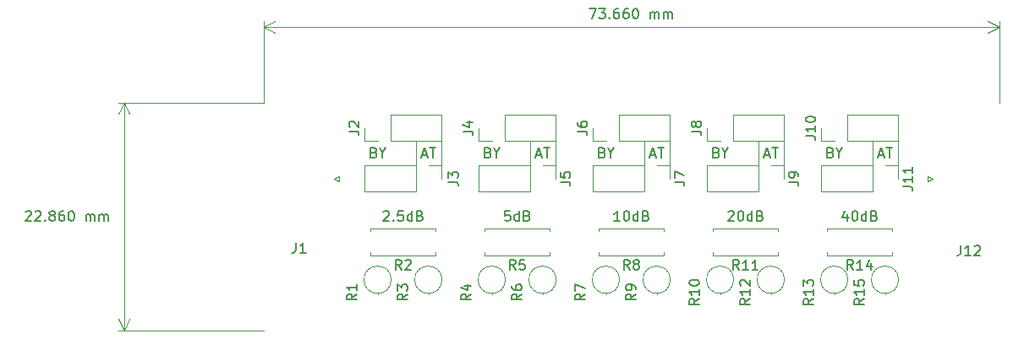
<source format=gbr>
G04 #@! TF.GenerationSoftware,KiCad,Pcbnew,(5.1.5)-3*
G04 #@! TF.CreationDate,2020-04-03T09:15:43-04:00*
G04 #@! TF.ProjectId,Project,50726f6a-6563-4742-9e6b-696361645f70,rev?*
G04 #@! TF.SameCoordinates,Original*
G04 #@! TF.FileFunction,Legend,Top*
G04 #@! TF.FilePolarity,Positive*
%FSLAX46Y46*%
G04 Gerber Fmt 4.6, Leading zero omitted, Abs format (unit mm)*
G04 Created by KiCad (PCBNEW (5.1.5)-3) date 2020-04-03 09:15:43*
%MOMM*%
%LPD*%
G04 APERTURE LIST*
%ADD10C,0.150000*%
%ADD11C,0.120000*%
G04 APERTURE END LIST*
D10*
X182522857Y-116768571D02*
X182665714Y-116816190D01*
X182713333Y-116863809D01*
X182760952Y-116959047D01*
X182760952Y-117101904D01*
X182713333Y-117197142D01*
X182665714Y-117244761D01*
X182570476Y-117292380D01*
X182189523Y-117292380D01*
X182189523Y-116292380D01*
X182522857Y-116292380D01*
X182618095Y-116340000D01*
X182665714Y-116387619D01*
X182713333Y-116482857D01*
X182713333Y-116578095D01*
X182665714Y-116673333D01*
X182618095Y-116720952D01*
X182522857Y-116768571D01*
X182189523Y-116768571D01*
X183380000Y-116816190D02*
X183380000Y-117292380D01*
X183046666Y-116292380D02*
X183380000Y-116816190D01*
X183713333Y-116292380D01*
X159662857Y-116768571D02*
X159805714Y-116816190D01*
X159853333Y-116863809D01*
X159900952Y-116959047D01*
X159900952Y-117101904D01*
X159853333Y-117197142D01*
X159805714Y-117244761D01*
X159710476Y-117292380D01*
X159329523Y-117292380D01*
X159329523Y-116292380D01*
X159662857Y-116292380D01*
X159758095Y-116340000D01*
X159805714Y-116387619D01*
X159853333Y-116482857D01*
X159853333Y-116578095D01*
X159805714Y-116673333D01*
X159758095Y-116720952D01*
X159662857Y-116768571D01*
X159329523Y-116768571D01*
X160520000Y-116816190D02*
X160520000Y-117292380D01*
X160186666Y-116292380D02*
X160520000Y-116816190D01*
X160853333Y-116292380D01*
X171092857Y-116768571D02*
X171235714Y-116816190D01*
X171283333Y-116863809D01*
X171330952Y-116959047D01*
X171330952Y-117101904D01*
X171283333Y-117197142D01*
X171235714Y-117244761D01*
X171140476Y-117292380D01*
X170759523Y-117292380D01*
X170759523Y-116292380D01*
X171092857Y-116292380D01*
X171188095Y-116340000D01*
X171235714Y-116387619D01*
X171283333Y-116482857D01*
X171283333Y-116578095D01*
X171235714Y-116673333D01*
X171188095Y-116720952D01*
X171092857Y-116768571D01*
X170759523Y-116768571D01*
X171950000Y-116816190D02*
X171950000Y-117292380D01*
X171616666Y-116292380D02*
X171950000Y-116816190D01*
X172283333Y-116292380D01*
X148232857Y-116768571D02*
X148375714Y-116816190D01*
X148423333Y-116863809D01*
X148470952Y-116959047D01*
X148470952Y-117101904D01*
X148423333Y-117197142D01*
X148375714Y-117244761D01*
X148280476Y-117292380D01*
X147899523Y-117292380D01*
X147899523Y-116292380D01*
X148232857Y-116292380D01*
X148328095Y-116340000D01*
X148375714Y-116387619D01*
X148423333Y-116482857D01*
X148423333Y-116578095D01*
X148375714Y-116673333D01*
X148328095Y-116720952D01*
X148232857Y-116768571D01*
X147899523Y-116768571D01*
X149090000Y-116816190D02*
X149090000Y-117292380D01*
X148756666Y-116292380D02*
X149090000Y-116816190D01*
X149423333Y-116292380D01*
X136802857Y-116768571D02*
X136945714Y-116816190D01*
X136993333Y-116863809D01*
X137040952Y-116959047D01*
X137040952Y-117101904D01*
X136993333Y-117197142D01*
X136945714Y-117244761D01*
X136850476Y-117292380D01*
X136469523Y-117292380D01*
X136469523Y-116292380D01*
X136802857Y-116292380D01*
X136898095Y-116340000D01*
X136945714Y-116387619D01*
X136993333Y-116482857D01*
X136993333Y-116578095D01*
X136945714Y-116673333D01*
X136898095Y-116720952D01*
X136802857Y-116768571D01*
X136469523Y-116768571D01*
X137660000Y-116816190D02*
X137660000Y-117292380D01*
X137326666Y-116292380D02*
X137660000Y-116816190D01*
X137993333Y-116292380D01*
D11*
X186690000Y-115570000D02*
X186690000Y-118050000D01*
X189290000Y-115630000D02*
X189290000Y-118050000D01*
X177860000Y-115630000D02*
X177860000Y-118050000D01*
X175260000Y-115570000D02*
X175260000Y-118050000D01*
X163830000Y-115570000D02*
X163830000Y-118050000D01*
X166430000Y-115630000D02*
X166430000Y-118050000D01*
X155000000Y-115630000D02*
X155000000Y-118050000D01*
X152400000Y-115570000D02*
X152400000Y-118050000D01*
X143570000Y-115630000D02*
X143570000Y-118050000D01*
X140970000Y-115570000D02*
X140970000Y-118050000D01*
D10*
X164480952Y-117006666D02*
X164957142Y-117006666D01*
X164385714Y-117292380D02*
X164719047Y-116292380D01*
X165052380Y-117292380D01*
X165242857Y-116292380D02*
X165814285Y-116292380D01*
X165528571Y-117292380D02*
X165528571Y-116292380D01*
X101916309Y-122737619D02*
X101963928Y-122690000D01*
X102059166Y-122642380D01*
X102297261Y-122642380D01*
X102392500Y-122690000D01*
X102440119Y-122737619D01*
X102487738Y-122832857D01*
X102487738Y-122928095D01*
X102440119Y-123070952D01*
X101868690Y-123642380D01*
X102487738Y-123642380D01*
X102868690Y-122737619D02*
X102916309Y-122690000D01*
X103011547Y-122642380D01*
X103249642Y-122642380D01*
X103344880Y-122690000D01*
X103392500Y-122737619D01*
X103440119Y-122832857D01*
X103440119Y-122928095D01*
X103392500Y-123070952D01*
X102821071Y-123642380D01*
X103440119Y-123642380D01*
X103868690Y-123547142D02*
X103916309Y-123594761D01*
X103868690Y-123642380D01*
X103821071Y-123594761D01*
X103868690Y-123547142D01*
X103868690Y-123642380D01*
X104487738Y-123070952D02*
X104392500Y-123023333D01*
X104344880Y-122975714D01*
X104297261Y-122880476D01*
X104297261Y-122832857D01*
X104344880Y-122737619D01*
X104392500Y-122690000D01*
X104487738Y-122642380D01*
X104678214Y-122642380D01*
X104773452Y-122690000D01*
X104821071Y-122737619D01*
X104868690Y-122832857D01*
X104868690Y-122880476D01*
X104821071Y-122975714D01*
X104773452Y-123023333D01*
X104678214Y-123070952D01*
X104487738Y-123070952D01*
X104392500Y-123118571D01*
X104344880Y-123166190D01*
X104297261Y-123261428D01*
X104297261Y-123451904D01*
X104344880Y-123547142D01*
X104392500Y-123594761D01*
X104487738Y-123642380D01*
X104678214Y-123642380D01*
X104773452Y-123594761D01*
X104821071Y-123547142D01*
X104868690Y-123451904D01*
X104868690Y-123261428D01*
X104821071Y-123166190D01*
X104773452Y-123118571D01*
X104678214Y-123070952D01*
X105725833Y-122642380D02*
X105535357Y-122642380D01*
X105440119Y-122690000D01*
X105392500Y-122737619D01*
X105297261Y-122880476D01*
X105249642Y-123070952D01*
X105249642Y-123451904D01*
X105297261Y-123547142D01*
X105344880Y-123594761D01*
X105440119Y-123642380D01*
X105630595Y-123642380D01*
X105725833Y-123594761D01*
X105773452Y-123547142D01*
X105821071Y-123451904D01*
X105821071Y-123213809D01*
X105773452Y-123118571D01*
X105725833Y-123070952D01*
X105630595Y-123023333D01*
X105440119Y-123023333D01*
X105344880Y-123070952D01*
X105297261Y-123118571D01*
X105249642Y-123213809D01*
X106440119Y-122642380D02*
X106535357Y-122642380D01*
X106630595Y-122690000D01*
X106678214Y-122737619D01*
X106725833Y-122832857D01*
X106773452Y-123023333D01*
X106773452Y-123261428D01*
X106725833Y-123451904D01*
X106678214Y-123547142D01*
X106630595Y-123594761D01*
X106535357Y-123642380D01*
X106440119Y-123642380D01*
X106344880Y-123594761D01*
X106297261Y-123547142D01*
X106249642Y-123451904D01*
X106202023Y-123261428D01*
X106202023Y-123023333D01*
X106249642Y-122832857D01*
X106297261Y-122737619D01*
X106344880Y-122690000D01*
X106440119Y-122642380D01*
X107963928Y-123642380D02*
X107963928Y-122975714D01*
X107963928Y-123070952D02*
X108011547Y-123023333D01*
X108106785Y-122975714D01*
X108249642Y-122975714D01*
X108344880Y-123023333D01*
X108392500Y-123118571D01*
X108392500Y-123642380D01*
X108392500Y-123118571D02*
X108440119Y-123023333D01*
X108535357Y-122975714D01*
X108678214Y-122975714D01*
X108773452Y-123023333D01*
X108821071Y-123118571D01*
X108821071Y-123642380D01*
X109297261Y-123642380D02*
X109297261Y-122975714D01*
X109297261Y-123070952D02*
X109344880Y-123023333D01*
X109440119Y-122975714D01*
X109582976Y-122975714D01*
X109678214Y-123023333D01*
X109725833Y-123118571D01*
X109725833Y-123642380D01*
X109725833Y-123118571D02*
X109773452Y-123023333D01*
X109868690Y-122975714D01*
X110011547Y-122975714D01*
X110106785Y-123023333D01*
X110154404Y-123118571D01*
X110154404Y-123642380D01*
D11*
X111760000Y-111760000D02*
X111760000Y-134620000D01*
X125730000Y-111760000D02*
X111173579Y-111760000D01*
X125730000Y-134620000D02*
X111173579Y-134620000D01*
X111760000Y-134620000D02*
X111173579Y-133493496D01*
X111760000Y-134620000D02*
X112346421Y-133493496D01*
X111760000Y-111760000D02*
X111173579Y-112886504D01*
X111760000Y-111760000D02*
X112346421Y-112886504D01*
D10*
X158369523Y-102322380D02*
X159036190Y-102322380D01*
X158607619Y-103322380D01*
X159321904Y-102322380D02*
X159940952Y-102322380D01*
X159607619Y-102703333D01*
X159750476Y-102703333D01*
X159845714Y-102750952D01*
X159893333Y-102798571D01*
X159940952Y-102893809D01*
X159940952Y-103131904D01*
X159893333Y-103227142D01*
X159845714Y-103274761D01*
X159750476Y-103322380D01*
X159464761Y-103322380D01*
X159369523Y-103274761D01*
X159321904Y-103227142D01*
X160369523Y-103227142D02*
X160417142Y-103274761D01*
X160369523Y-103322380D01*
X160321904Y-103274761D01*
X160369523Y-103227142D01*
X160369523Y-103322380D01*
X161274285Y-102322380D02*
X161083809Y-102322380D01*
X160988571Y-102370000D01*
X160940952Y-102417619D01*
X160845714Y-102560476D01*
X160798095Y-102750952D01*
X160798095Y-103131904D01*
X160845714Y-103227142D01*
X160893333Y-103274761D01*
X160988571Y-103322380D01*
X161179047Y-103322380D01*
X161274285Y-103274761D01*
X161321904Y-103227142D01*
X161369523Y-103131904D01*
X161369523Y-102893809D01*
X161321904Y-102798571D01*
X161274285Y-102750952D01*
X161179047Y-102703333D01*
X160988571Y-102703333D01*
X160893333Y-102750952D01*
X160845714Y-102798571D01*
X160798095Y-102893809D01*
X162226666Y-102322380D02*
X162036190Y-102322380D01*
X161940952Y-102370000D01*
X161893333Y-102417619D01*
X161798095Y-102560476D01*
X161750476Y-102750952D01*
X161750476Y-103131904D01*
X161798095Y-103227142D01*
X161845714Y-103274761D01*
X161940952Y-103322380D01*
X162131428Y-103322380D01*
X162226666Y-103274761D01*
X162274285Y-103227142D01*
X162321904Y-103131904D01*
X162321904Y-102893809D01*
X162274285Y-102798571D01*
X162226666Y-102750952D01*
X162131428Y-102703333D01*
X161940952Y-102703333D01*
X161845714Y-102750952D01*
X161798095Y-102798571D01*
X161750476Y-102893809D01*
X162940952Y-102322380D02*
X163036190Y-102322380D01*
X163131428Y-102370000D01*
X163179047Y-102417619D01*
X163226666Y-102512857D01*
X163274285Y-102703333D01*
X163274285Y-102941428D01*
X163226666Y-103131904D01*
X163179047Y-103227142D01*
X163131428Y-103274761D01*
X163036190Y-103322380D01*
X162940952Y-103322380D01*
X162845714Y-103274761D01*
X162798095Y-103227142D01*
X162750476Y-103131904D01*
X162702857Y-102941428D01*
X162702857Y-102703333D01*
X162750476Y-102512857D01*
X162798095Y-102417619D01*
X162845714Y-102370000D01*
X162940952Y-102322380D01*
X164464761Y-103322380D02*
X164464761Y-102655714D01*
X164464761Y-102750952D02*
X164512380Y-102703333D01*
X164607619Y-102655714D01*
X164750476Y-102655714D01*
X164845714Y-102703333D01*
X164893333Y-102798571D01*
X164893333Y-103322380D01*
X164893333Y-102798571D02*
X164940952Y-102703333D01*
X165036190Y-102655714D01*
X165179047Y-102655714D01*
X165274285Y-102703333D01*
X165321904Y-102798571D01*
X165321904Y-103322380D01*
X165798095Y-103322380D02*
X165798095Y-102655714D01*
X165798095Y-102750952D02*
X165845714Y-102703333D01*
X165940952Y-102655714D01*
X166083809Y-102655714D01*
X166179047Y-102703333D01*
X166226666Y-102798571D01*
X166226666Y-103322380D01*
X166226666Y-102798571D02*
X166274285Y-102703333D01*
X166369523Y-102655714D01*
X166512380Y-102655714D01*
X166607619Y-102703333D01*
X166655238Y-102798571D01*
X166655238Y-103322380D01*
D11*
X125730000Y-104140000D02*
X199390000Y-104140000D01*
X125730000Y-111760000D02*
X125730000Y-103553579D01*
X199390000Y-111760000D02*
X199390000Y-103553579D01*
X199390000Y-104140000D02*
X198263496Y-104726421D01*
X199390000Y-104140000D02*
X198263496Y-103553579D01*
X125730000Y-104140000D02*
X126856504Y-104726421D01*
X125730000Y-104140000D02*
X126856504Y-103553579D01*
D10*
X175910952Y-117006666D02*
X176387142Y-117006666D01*
X175815714Y-117292380D02*
X176149047Y-116292380D01*
X176482380Y-117292380D01*
X176672857Y-116292380D02*
X177244285Y-116292380D01*
X176958571Y-117292380D02*
X176958571Y-116292380D01*
X187340952Y-117006666D02*
X187817142Y-117006666D01*
X187245714Y-117292380D02*
X187579047Y-116292380D01*
X187912380Y-117292380D01*
X188102857Y-116292380D02*
X188674285Y-116292380D01*
X188388571Y-117292380D02*
X188388571Y-116292380D01*
X153050952Y-117006666D02*
X153527142Y-117006666D01*
X152955714Y-117292380D02*
X153289047Y-116292380D01*
X153622380Y-117292380D01*
X153812857Y-116292380D02*
X154384285Y-116292380D01*
X154098571Y-117292380D02*
X154098571Y-116292380D01*
X141620952Y-117006666D02*
X142097142Y-117006666D01*
X141525714Y-117292380D02*
X141859047Y-116292380D01*
X142192380Y-117292380D01*
X142382857Y-116292380D02*
X142954285Y-116292380D01*
X142668571Y-117292380D02*
X142668571Y-116292380D01*
X184181904Y-122975714D02*
X184181904Y-123642380D01*
X183943809Y-122594761D02*
X183705714Y-123309047D01*
X184324761Y-123309047D01*
X184896190Y-122642380D02*
X184991428Y-122642380D01*
X185086666Y-122690000D01*
X185134285Y-122737619D01*
X185181904Y-122832857D01*
X185229523Y-123023333D01*
X185229523Y-123261428D01*
X185181904Y-123451904D01*
X185134285Y-123547142D01*
X185086666Y-123594761D01*
X184991428Y-123642380D01*
X184896190Y-123642380D01*
X184800952Y-123594761D01*
X184753333Y-123547142D01*
X184705714Y-123451904D01*
X184658095Y-123261428D01*
X184658095Y-123023333D01*
X184705714Y-122832857D01*
X184753333Y-122737619D01*
X184800952Y-122690000D01*
X184896190Y-122642380D01*
X186086666Y-123642380D02*
X186086666Y-122642380D01*
X186086666Y-123594761D02*
X185991428Y-123642380D01*
X185800952Y-123642380D01*
X185705714Y-123594761D01*
X185658095Y-123547142D01*
X185610476Y-123451904D01*
X185610476Y-123166190D01*
X185658095Y-123070952D01*
X185705714Y-123023333D01*
X185800952Y-122975714D01*
X185991428Y-122975714D01*
X186086666Y-123023333D01*
X186896190Y-123118571D02*
X187039047Y-123166190D01*
X187086666Y-123213809D01*
X187134285Y-123309047D01*
X187134285Y-123451904D01*
X187086666Y-123547142D01*
X187039047Y-123594761D01*
X186943809Y-123642380D01*
X186562857Y-123642380D01*
X186562857Y-122642380D01*
X186896190Y-122642380D01*
X186991428Y-122690000D01*
X187039047Y-122737619D01*
X187086666Y-122832857D01*
X187086666Y-122928095D01*
X187039047Y-123023333D01*
X186991428Y-123070952D01*
X186896190Y-123118571D01*
X186562857Y-123118571D01*
X172275714Y-122737619D02*
X172323333Y-122690000D01*
X172418571Y-122642380D01*
X172656666Y-122642380D01*
X172751904Y-122690000D01*
X172799523Y-122737619D01*
X172847142Y-122832857D01*
X172847142Y-122928095D01*
X172799523Y-123070952D01*
X172228095Y-123642380D01*
X172847142Y-123642380D01*
X173466190Y-122642380D02*
X173561428Y-122642380D01*
X173656666Y-122690000D01*
X173704285Y-122737619D01*
X173751904Y-122832857D01*
X173799523Y-123023333D01*
X173799523Y-123261428D01*
X173751904Y-123451904D01*
X173704285Y-123547142D01*
X173656666Y-123594761D01*
X173561428Y-123642380D01*
X173466190Y-123642380D01*
X173370952Y-123594761D01*
X173323333Y-123547142D01*
X173275714Y-123451904D01*
X173228095Y-123261428D01*
X173228095Y-123023333D01*
X173275714Y-122832857D01*
X173323333Y-122737619D01*
X173370952Y-122690000D01*
X173466190Y-122642380D01*
X174656666Y-123642380D02*
X174656666Y-122642380D01*
X174656666Y-123594761D02*
X174561428Y-123642380D01*
X174370952Y-123642380D01*
X174275714Y-123594761D01*
X174228095Y-123547142D01*
X174180476Y-123451904D01*
X174180476Y-123166190D01*
X174228095Y-123070952D01*
X174275714Y-123023333D01*
X174370952Y-122975714D01*
X174561428Y-122975714D01*
X174656666Y-123023333D01*
X175466190Y-123118571D02*
X175609047Y-123166190D01*
X175656666Y-123213809D01*
X175704285Y-123309047D01*
X175704285Y-123451904D01*
X175656666Y-123547142D01*
X175609047Y-123594761D01*
X175513809Y-123642380D01*
X175132857Y-123642380D01*
X175132857Y-122642380D01*
X175466190Y-122642380D01*
X175561428Y-122690000D01*
X175609047Y-122737619D01*
X175656666Y-122832857D01*
X175656666Y-122928095D01*
X175609047Y-123023333D01*
X175561428Y-123070952D01*
X175466190Y-123118571D01*
X175132857Y-123118571D01*
X161417142Y-123642380D02*
X160845714Y-123642380D01*
X161131428Y-123642380D02*
X161131428Y-122642380D01*
X161036190Y-122785238D01*
X160940952Y-122880476D01*
X160845714Y-122928095D01*
X162036190Y-122642380D02*
X162131428Y-122642380D01*
X162226666Y-122690000D01*
X162274285Y-122737619D01*
X162321904Y-122832857D01*
X162369523Y-123023333D01*
X162369523Y-123261428D01*
X162321904Y-123451904D01*
X162274285Y-123547142D01*
X162226666Y-123594761D01*
X162131428Y-123642380D01*
X162036190Y-123642380D01*
X161940952Y-123594761D01*
X161893333Y-123547142D01*
X161845714Y-123451904D01*
X161798095Y-123261428D01*
X161798095Y-123023333D01*
X161845714Y-122832857D01*
X161893333Y-122737619D01*
X161940952Y-122690000D01*
X162036190Y-122642380D01*
X163226666Y-123642380D02*
X163226666Y-122642380D01*
X163226666Y-123594761D02*
X163131428Y-123642380D01*
X162940952Y-123642380D01*
X162845714Y-123594761D01*
X162798095Y-123547142D01*
X162750476Y-123451904D01*
X162750476Y-123166190D01*
X162798095Y-123070952D01*
X162845714Y-123023333D01*
X162940952Y-122975714D01*
X163131428Y-122975714D01*
X163226666Y-123023333D01*
X164036190Y-123118571D02*
X164179047Y-123166190D01*
X164226666Y-123213809D01*
X164274285Y-123309047D01*
X164274285Y-123451904D01*
X164226666Y-123547142D01*
X164179047Y-123594761D01*
X164083809Y-123642380D01*
X163702857Y-123642380D01*
X163702857Y-122642380D01*
X164036190Y-122642380D01*
X164131428Y-122690000D01*
X164179047Y-122737619D01*
X164226666Y-122832857D01*
X164226666Y-122928095D01*
X164179047Y-123023333D01*
X164131428Y-123070952D01*
X164036190Y-123118571D01*
X163702857Y-123118571D01*
X150415714Y-122642380D02*
X149939523Y-122642380D01*
X149891904Y-123118571D01*
X149939523Y-123070952D01*
X150034761Y-123023333D01*
X150272857Y-123023333D01*
X150368095Y-123070952D01*
X150415714Y-123118571D01*
X150463333Y-123213809D01*
X150463333Y-123451904D01*
X150415714Y-123547142D01*
X150368095Y-123594761D01*
X150272857Y-123642380D01*
X150034761Y-123642380D01*
X149939523Y-123594761D01*
X149891904Y-123547142D01*
X151320476Y-123642380D02*
X151320476Y-122642380D01*
X151320476Y-123594761D02*
X151225238Y-123642380D01*
X151034761Y-123642380D01*
X150939523Y-123594761D01*
X150891904Y-123547142D01*
X150844285Y-123451904D01*
X150844285Y-123166190D01*
X150891904Y-123070952D01*
X150939523Y-123023333D01*
X151034761Y-122975714D01*
X151225238Y-122975714D01*
X151320476Y-123023333D01*
X152130000Y-123118571D02*
X152272857Y-123166190D01*
X152320476Y-123213809D01*
X152368095Y-123309047D01*
X152368095Y-123451904D01*
X152320476Y-123547142D01*
X152272857Y-123594761D01*
X152177619Y-123642380D01*
X151796666Y-123642380D01*
X151796666Y-122642380D01*
X152130000Y-122642380D01*
X152225238Y-122690000D01*
X152272857Y-122737619D01*
X152320476Y-122832857D01*
X152320476Y-122928095D01*
X152272857Y-123023333D01*
X152225238Y-123070952D01*
X152130000Y-123118571D01*
X151796666Y-123118571D01*
X137747619Y-122737619D02*
X137795238Y-122690000D01*
X137890476Y-122642380D01*
X138128571Y-122642380D01*
X138223809Y-122690000D01*
X138271428Y-122737619D01*
X138319047Y-122832857D01*
X138319047Y-122928095D01*
X138271428Y-123070952D01*
X137700000Y-123642380D01*
X138319047Y-123642380D01*
X138747619Y-123547142D02*
X138795238Y-123594761D01*
X138747619Y-123642380D01*
X138700000Y-123594761D01*
X138747619Y-123547142D01*
X138747619Y-123642380D01*
X139700000Y-122642380D02*
X139223809Y-122642380D01*
X139176190Y-123118571D01*
X139223809Y-123070952D01*
X139319047Y-123023333D01*
X139557142Y-123023333D01*
X139652380Y-123070952D01*
X139700000Y-123118571D01*
X139747619Y-123213809D01*
X139747619Y-123451904D01*
X139700000Y-123547142D01*
X139652380Y-123594761D01*
X139557142Y-123642380D01*
X139319047Y-123642380D01*
X139223809Y-123594761D01*
X139176190Y-123547142D01*
X140604761Y-123642380D02*
X140604761Y-122642380D01*
X140604761Y-123594761D02*
X140509523Y-123642380D01*
X140319047Y-123642380D01*
X140223809Y-123594761D01*
X140176190Y-123547142D01*
X140128571Y-123451904D01*
X140128571Y-123166190D01*
X140176190Y-123070952D01*
X140223809Y-123023333D01*
X140319047Y-122975714D01*
X140509523Y-122975714D01*
X140604761Y-123023333D01*
X141414285Y-123118571D02*
X141557142Y-123166190D01*
X141604761Y-123213809D01*
X141652380Y-123309047D01*
X141652380Y-123451904D01*
X141604761Y-123547142D01*
X141557142Y-123594761D01*
X141461904Y-123642380D01*
X141080952Y-123642380D01*
X141080952Y-122642380D01*
X141414285Y-122642380D01*
X141509523Y-122690000D01*
X141557142Y-122737619D01*
X141604761Y-122832857D01*
X141604761Y-122928095D01*
X141557142Y-123023333D01*
X141509523Y-123070952D01*
X141414285Y-123118571D01*
X141080952Y-123118571D01*
D11*
X192700000Y-119380000D02*
X192200000Y-119630000D01*
X192200000Y-119630000D02*
X192200000Y-119130000D01*
X192200000Y-119130000D02*
X192700000Y-119380000D01*
X137160000Y-130910000D02*
X137160000Y-130980000D01*
X138530000Y-129540000D02*
G75*
G03X138530000Y-129540000I-1370000J0D01*
G01*
X136430000Y-124360000D02*
X136430000Y-124690000D01*
X142970000Y-124360000D02*
X136430000Y-124360000D01*
X142970000Y-124690000D02*
X142970000Y-124360000D01*
X136430000Y-127100000D02*
X136430000Y-126770000D01*
X142970000Y-127100000D02*
X136430000Y-127100000D01*
X142970000Y-126770000D02*
X142970000Y-127100000D01*
X147860000Y-124360000D02*
X147860000Y-124690000D01*
X154400000Y-124360000D02*
X147860000Y-124360000D01*
X154400000Y-124690000D02*
X154400000Y-124360000D01*
X147860000Y-127100000D02*
X147860000Y-126770000D01*
X154400000Y-127100000D02*
X147860000Y-127100000D01*
X154400000Y-126770000D02*
X154400000Y-127100000D01*
X159290000Y-124360000D02*
X159290000Y-124690000D01*
X165830000Y-124360000D02*
X159290000Y-124360000D01*
X165830000Y-124690000D02*
X165830000Y-124360000D01*
X159290000Y-127100000D02*
X159290000Y-126770000D01*
X165830000Y-127100000D02*
X159290000Y-127100000D01*
X165830000Y-126770000D02*
X165830000Y-127100000D01*
X170720000Y-124360000D02*
X170720000Y-124690000D01*
X177260000Y-124360000D02*
X170720000Y-124360000D01*
X177260000Y-124690000D02*
X177260000Y-124360000D01*
X170720000Y-127100000D02*
X170720000Y-126770000D01*
X177260000Y-127100000D02*
X170720000Y-127100000D01*
X177260000Y-126770000D02*
X177260000Y-127100000D01*
X182150000Y-124360000D02*
X182150000Y-124690000D01*
X188690000Y-124360000D02*
X182150000Y-124360000D01*
X188690000Y-124690000D02*
X188690000Y-124360000D01*
X182150000Y-127100000D02*
X182150000Y-126770000D01*
X188690000Y-127100000D02*
X182150000Y-127100000D01*
X188690000Y-126770000D02*
X188690000Y-127100000D01*
X182880000Y-130910000D02*
X182880000Y-130980000D01*
X184250000Y-129540000D02*
G75*
G03X184250000Y-129540000I-1370000J0D01*
G01*
X176530000Y-130910000D02*
X176530000Y-130980000D01*
X177900000Y-129540000D02*
G75*
G03X177900000Y-129540000I-1370000J0D01*
G01*
X148590000Y-130910000D02*
X148590000Y-130980000D01*
X149960000Y-129540000D02*
G75*
G03X149960000Y-129540000I-1370000J0D01*
G01*
X142240000Y-130910000D02*
X142240000Y-130980000D01*
X143610000Y-129540000D02*
G75*
G03X143610000Y-129540000I-1370000J0D01*
G01*
X187960000Y-130910000D02*
X187960000Y-130980000D01*
X189330000Y-129540000D02*
G75*
G03X189330000Y-129540000I-1370000J0D01*
G01*
X153670000Y-130910000D02*
X153670000Y-130980000D01*
X155040000Y-129540000D02*
G75*
G03X155040000Y-129540000I-1370000J0D01*
G01*
X160020000Y-130910000D02*
X160020000Y-130980000D01*
X161390000Y-129540000D02*
G75*
G03X161390000Y-129540000I-1370000J0D01*
G01*
X171450000Y-130910000D02*
X171450000Y-130980000D01*
X172820000Y-129540000D02*
G75*
G03X172820000Y-129540000I-1370000J0D01*
G01*
X165100000Y-130910000D02*
X165100000Y-130980000D01*
X166470000Y-129540000D02*
G75*
G03X166470000Y-129540000I-1370000J0D01*
G01*
X133310000Y-119630000D02*
X132810000Y-119380000D01*
X133310000Y-119130000D02*
X133310000Y-119630000D01*
X132810000Y-119380000D02*
X133310000Y-119130000D01*
X135830000Y-115630000D02*
X135830000Y-114300000D01*
X137160000Y-115630000D02*
X135830000Y-115630000D01*
X138430000Y-115630000D02*
X138430000Y-112970000D01*
X138430000Y-112970000D02*
X143570000Y-112970000D01*
X138430000Y-115630000D02*
X143570000Y-115630000D01*
X143570000Y-115630000D02*
X143570000Y-112970000D01*
X135830000Y-118050000D02*
X135830000Y-120710000D01*
X140970000Y-118050000D02*
X135830000Y-118050000D01*
X140970000Y-120710000D02*
X135830000Y-120710000D01*
X140970000Y-118050000D02*
X140970000Y-120710000D01*
X142240000Y-118050000D02*
X143570000Y-118050000D01*
X143570000Y-118050000D02*
X143570000Y-119380000D01*
X155000000Y-115630000D02*
X155000000Y-112970000D01*
X149860000Y-115630000D02*
X155000000Y-115630000D01*
X149860000Y-112970000D02*
X155000000Y-112970000D01*
X149860000Y-115630000D02*
X149860000Y-112970000D01*
X148590000Y-115630000D02*
X147260000Y-115630000D01*
X147260000Y-115630000D02*
X147260000Y-114300000D01*
X155000000Y-118050000D02*
X155000000Y-119380000D01*
X153670000Y-118050000D02*
X155000000Y-118050000D01*
X152400000Y-118050000D02*
X152400000Y-120710000D01*
X152400000Y-120710000D02*
X147260000Y-120710000D01*
X152400000Y-118050000D02*
X147260000Y-118050000D01*
X147260000Y-118050000D02*
X147260000Y-120710000D01*
X166430000Y-115630000D02*
X166430000Y-112970000D01*
X161290000Y-115630000D02*
X166430000Y-115630000D01*
X161290000Y-112970000D02*
X166430000Y-112970000D01*
X161290000Y-115630000D02*
X161290000Y-112970000D01*
X160020000Y-115630000D02*
X158690000Y-115630000D01*
X158690000Y-115630000D02*
X158690000Y-114300000D01*
X166430000Y-118050000D02*
X166430000Y-119380000D01*
X165100000Y-118050000D02*
X166430000Y-118050000D01*
X163830000Y-118050000D02*
X163830000Y-120710000D01*
X163830000Y-120710000D02*
X158690000Y-120710000D01*
X163830000Y-118050000D02*
X158690000Y-118050000D01*
X158690000Y-118050000D02*
X158690000Y-120710000D01*
X177860000Y-115630000D02*
X177860000Y-112970000D01*
X172720000Y-115630000D02*
X177860000Y-115630000D01*
X172720000Y-112970000D02*
X177860000Y-112970000D01*
X172720000Y-115630000D02*
X172720000Y-112970000D01*
X171450000Y-115630000D02*
X170120000Y-115630000D01*
X170120000Y-115630000D02*
X170120000Y-114300000D01*
X177860000Y-118050000D02*
X177860000Y-119380000D01*
X176530000Y-118050000D02*
X177860000Y-118050000D01*
X175260000Y-118050000D02*
X175260000Y-120710000D01*
X175260000Y-120710000D02*
X170120000Y-120710000D01*
X175260000Y-118050000D02*
X170120000Y-118050000D01*
X170120000Y-118050000D02*
X170120000Y-120710000D01*
X189290000Y-115630000D02*
X189290000Y-112970000D01*
X184150000Y-115630000D02*
X189290000Y-115630000D01*
X184150000Y-112970000D02*
X189290000Y-112970000D01*
X184150000Y-115630000D02*
X184150000Y-112970000D01*
X182880000Y-115630000D02*
X181550000Y-115630000D01*
X181550000Y-115630000D02*
X181550000Y-114300000D01*
X189290000Y-118050000D02*
X189290000Y-119380000D01*
X187960000Y-118050000D02*
X189290000Y-118050000D01*
X186690000Y-118050000D02*
X186690000Y-120710000D01*
X186690000Y-120710000D02*
X181550000Y-120710000D01*
X186690000Y-118050000D02*
X181550000Y-118050000D01*
X181550000Y-118050000D02*
X181550000Y-120710000D01*
D10*
X195540476Y-126102380D02*
X195540476Y-126816666D01*
X195492857Y-126959523D01*
X195397619Y-127054761D01*
X195254761Y-127102380D01*
X195159523Y-127102380D01*
X196540476Y-127102380D02*
X195969047Y-127102380D01*
X196254761Y-127102380D02*
X196254761Y-126102380D01*
X196159523Y-126245238D01*
X196064285Y-126340476D01*
X195969047Y-126388095D01*
X196921428Y-126197619D02*
X196969047Y-126150000D01*
X197064285Y-126102380D01*
X197302380Y-126102380D01*
X197397619Y-126150000D01*
X197445238Y-126197619D01*
X197492857Y-126292857D01*
X197492857Y-126388095D01*
X197445238Y-126530952D01*
X196873809Y-127102380D01*
X197492857Y-127102380D01*
X135072380Y-130976666D02*
X134596190Y-131310000D01*
X135072380Y-131548095D02*
X134072380Y-131548095D01*
X134072380Y-131167142D01*
X134120000Y-131071904D01*
X134167619Y-131024285D01*
X134262857Y-130976666D01*
X134405714Y-130976666D01*
X134500952Y-131024285D01*
X134548571Y-131071904D01*
X134596190Y-131167142D01*
X134596190Y-131548095D01*
X135072380Y-130024285D02*
X135072380Y-130595714D01*
X135072380Y-130310000D02*
X134072380Y-130310000D01*
X134215238Y-130405238D01*
X134310476Y-130500476D01*
X134358095Y-130595714D01*
X139533333Y-128552380D02*
X139200000Y-128076190D01*
X138961904Y-128552380D02*
X138961904Y-127552380D01*
X139342857Y-127552380D01*
X139438095Y-127600000D01*
X139485714Y-127647619D01*
X139533333Y-127742857D01*
X139533333Y-127885714D01*
X139485714Y-127980952D01*
X139438095Y-128028571D01*
X139342857Y-128076190D01*
X138961904Y-128076190D01*
X139914285Y-127647619D02*
X139961904Y-127600000D01*
X140057142Y-127552380D01*
X140295238Y-127552380D01*
X140390476Y-127600000D01*
X140438095Y-127647619D01*
X140485714Y-127742857D01*
X140485714Y-127838095D01*
X140438095Y-127980952D01*
X139866666Y-128552380D01*
X140485714Y-128552380D01*
X150963333Y-128552380D02*
X150630000Y-128076190D01*
X150391904Y-128552380D02*
X150391904Y-127552380D01*
X150772857Y-127552380D01*
X150868095Y-127600000D01*
X150915714Y-127647619D01*
X150963333Y-127742857D01*
X150963333Y-127885714D01*
X150915714Y-127980952D01*
X150868095Y-128028571D01*
X150772857Y-128076190D01*
X150391904Y-128076190D01*
X151868095Y-127552380D02*
X151391904Y-127552380D01*
X151344285Y-128028571D01*
X151391904Y-127980952D01*
X151487142Y-127933333D01*
X151725238Y-127933333D01*
X151820476Y-127980952D01*
X151868095Y-128028571D01*
X151915714Y-128123809D01*
X151915714Y-128361904D01*
X151868095Y-128457142D01*
X151820476Y-128504761D01*
X151725238Y-128552380D01*
X151487142Y-128552380D01*
X151391904Y-128504761D01*
X151344285Y-128457142D01*
X162393333Y-128552380D02*
X162060000Y-128076190D01*
X161821904Y-128552380D02*
X161821904Y-127552380D01*
X162202857Y-127552380D01*
X162298095Y-127600000D01*
X162345714Y-127647619D01*
X162393333Y-127742857D01*
X162393333Y-127885714D01*
X162345714Y-127980952D01*
X162298095Y-128028571D01*
X162202857Y-128076190D01*
X161821904Y-128076190D01*
X162964761Y-127980952D02*
X162869523Y-127933333D01*
X162821904Y-127885714D01*
X162774285Y-127790476D01*
X162774285Y-127742857D01*
X162821904Y-127647619D01*
X162869523Y-127600000D01*
X162964761Y-127552380D01*
X163155238Y-127552380D01*
X163250476Y-127600000D01*
X163298095Y-127647619D01*
X163345714Y-127742857D01*
X163345714Y-127790476D01*
X163298095Y-127885714D01*
X163250476Y-127933333D01*
X163155238Y-127980952D01*
X162964761Y-127980952D01*
X162869523Y-128028571D01*
X162821904Y-128076190D01*
X162774285Y-128171428D01*
X162774285Y-128361904D01*
X162821904Y-128457142D01*
X162869523Y-128504761D01*
X162964761Y-128552380D01*
X163155238Y-128552380D01*
X163250476Y-128504761D01*
X163298095Y-128457142D01*
X163345714Y-128361904D01*
X163345714Y-128171428D01*
X163298095Y-128076190D01*
X163250476Y-128028571D01*
X163155238Y-127980952D01*
X173347142Y-128552380D02*
X173013809Y-128076190D01*
X172775714Y-128552380D02*
X172775714Y-127552380D01*
X173156666Y-127552380D01*
X173251904Y-127600000D01*
X173299523Y-127647619D01*
X173347142Y-127742857D01*
X173347142Y-127885714D01*
X173299523Y-127980952D01*
X173251904Y-128028571D01*
X173156666Y-128076190D01*
X172775714Y-128076190D01*
X174299523Y-128552380D02*
X173728095Y-128552380D01*
X174013809Y-128552380D02*
X174013809Y-127552380D01*
X173918571Y-127695238D01*
X173823333Y-127790476D01*
X173728095Y-127838095D01*
X175251904Y-128552380D02*
X174680476Y-128552380D01*
X174966190Y-128552380D02*
X174966190Y-127552380D01*
X174870952Y-127695238D01*
X174775714Y-127790476D01*
X174680476Y-127838095D01*
X184777142Y-128552380D02*
X184443809Y-128076190D01*
X184205714Y-128552380D02*
X184205714Y-127552380D01*
X184586666Y-127552380D01*
X184681904Y-127600000D01*
X184729523Y-127647619D01*
X184777142Y-127742857D01*
X184777142Y-127885714D01*
X184729523Y-127980952D01*
X184681904Y-128028571D01*
X184586666Y-128076190D01*
X184205714Y-128076190D01*
X185729523Y-128552380D02*
X185158095Y-128552380D01*
X185443809Y-128552380D02*
X185443809Y-127552380D01*
X185348571Y-127695238D01*
X185253333Y-127790476D01*
X185158095Y-127838095D01*
X186586666Y-127885714D02*
X186586666Y-128552380D01*
X186348571Y-127504761D02*
X186110476Y-128219047D01*
X186729523Y-128219047D01*
X180792380Y-131452857D02*
X180316190Y-131786190D01*
X180792380Y-132024285D02*
X179792380Y-132024285D01*
X179792380Y-131643333D01*
X179840000Y-131548095D01*
X179887619Y-131500476D01*
X179982857Y-131452857D01*
X180125714Y-131452857D01*
X180220952Y-131500476D01*
X180268571Y-131548095D01*
X180316190Y-131643333D01*
X180316190Y-132024285D01*
X180792380Y-130500476D02*
X180792380Y-131071904D01*
X180792380Y-130786190D02*
X179792380Y-130786190D01*
X179935238Y-130881428D01*
X180030476Y-130976666D01*
X180078095Y-131071904D01*
X179792380Y-130167142D02*
X179792380Y-129548095D01*
X180173333Y-129881428D01*
X180173333Y-129738571D01*
X180220952Y-129643333D01*
X180268571Y-129595714D01*
X180363809Y-129548095D01*
X180601904Y-129548095D01*
X180697142Y-129595714D01*
X180744761Y-129643333D01*
X180792380Y-129738571D01*
X180792380Y-130024285D01*
X180744761Y-130119523D01*
X180697142Y-130167142D01*
X174442380Y-131452857D02*
X173966190Y-131786190D01*
X174442380Y-132024285D02*
X173442380Y-132024285D01*
X173442380Y-131643333D01*
X173490000Y-131548095D01*
X173537619Y-131500476D01*
X173632857Y-131452857D01*
X173775714Y-131452857D01*
X173870952Y-131500476D01*
X173918571Y-131548095D01*
X173966190Y-131643333D01*
X173966190Y-132024285D01*
X174442380Y-130500476D02*
X174442380Y-131071904D01*
X174442380Y-130786190D02*
X173442380Y-130786190D01*
X173585238Y-130881428D01*
X173680476Y-130976666D01*
X173728095Y-131071904D01*
X173537619Y-130119523D02*
X173490000Y-130071904D01*
X173442380Y-129976666D01*
X173442380Y-129738571D01*
X173490000Y-129643333D01*
X173537619Y-129595714D01*
X173632857Y-129548095D01*
X173728095Y-129548095D01*
X173870952Y-129595714D01*
X174442380Y-130167142D01*
X174442380Y-129548095D01*
X146502380Y-130976666D02*
X146026190Y-131310000D01*
X146502380Y-131548095D02*
X145502380Y-131548095D01*
X145502380Y-131167142D01*
X145550000Y-131071904D01*
X145597619Y-131024285D01*
X145692857Y-130976666D01*
X145835714Y-130976666D01*
X145930952Y-131024285D01*
X145978571Y-131071904D01*
X146026190Y-131167142D01*
X146026190Y-131548095D01*
X145835714Y-130119523D02*
X146502380Y-130119523D01*
X145454761Y-130357619D02*
X146169047Y-130595714D01*
X146169047Y-129976666D01*
X140152380Y-130976666D02*
X139676190Y-131310000D01*
X140152380Y-131548095D02*
X139152380Y-131548095D01*
X139152380Y-131167142D01*
X139200000Y-131071904D01*
X139247619Y-131024285D01*
X139342857Y-130976666D01*
X139485714Y-130976666D01*
X139580952Y-131024285D01*
X139628571Y-131071904D01*
X139676190Y-131167142D01*
X139676190Y-131548095D01*
X139152380Y-130643333D02*
X139152380Y-130024285D01*
X139533333Y-130357619D01*
X139533333Y-130214761D01*
X139580952Y-130119523D01*
X139628571Y-130071904D01*
X139723809Y-130024285D01*
X139961904Y-130024285D01*
X140057142Y-130071904D01*
X140104761Y-130119523D01*
X140152380Y-130214761D01*
X140152380Y-130500476D01*
X140104761Y-130595714D01*
X140057142Y-130643333D01*
X185872380Y-131452857D02*
X185396190Y-131786190D01*
X185872380Y-132024285D02*
X184872380Y-132024285D01*
X184872380Y-131643333D01*
X184920000Y-131548095D01*
X184967619Y-131500476D01*
X185062857Y-131452857D01*
X185205714Y-131452857D01*
X185300952Y-131500476D01*
X185348571Y-131548095D01*
X185396190Y-131643333D01*
X185396190Y-132024285D01*
X185872380Y-130500476D02*
X185872380Y-131071904D01*
X185872380Y-130786190D02*
X184872380Y-130786190D01*
X185015238Y-130881428D01*
X185110476Y-130976666D01*
X185158095Y-131071904D01*
X184872380Y-129595714D02*
X184872380Y-130071904D01*
X185348571Y-130119523D01*
X185300952Y-130071904D01*
X185253333Y-129976666D01*
X185253333Y-129738571D01*
X185300952Y-129643333D01*
X185348571Y-129595714D01*
X185443809Y-129548095D01*
X185681904Y-129548095D01*
X185777142Y-129595714D01*
X185824761Y-129643333D01*
X185872380Y-129738571D01*
X185872380Y-129976666D01*
X185824761Y-130071904D01*
X185777142Y-130119523D01*
X151582380Y-130976666D02*
X151106190Y-131310000D01*
X151582380Y-131548095D02*
X150582380Y-131548095D01*
X150582380Y-131167142D01*
X150630000Y-131071904D01*
X150677619Y-131024285D01*
X150772857Y-130976666D01*
X150915714Y-130976666D01*
X151010952Y-131024285D01*
X151058571Y-131071904D01*
X151106190Y-131167142D01*
X151106190Y-131548095D01*
X150582380Y-130119523D02*
X150582380Y-130310000D01*
X150630000Y-130405238D01*
X150677619Y-130452857D01*
X150820476Y-130548095D01*
X151010952Y-130595714D01*
X151391904Y-130595714D01*
X151487142Y-130548095D01*
X151534761Y-130500476D01*
X151582380Y-130405238D01*
X151582380Y-130214761D01*
X151534761Y-130119523D01*
X151487142Y-130071904D01*
X151391904Y-130024285D01*
X151153809Y-130024285D01*
X151058571Y-130071904D01*
X151010952Y-130119523D01*
X150963333Y-130214761D01*
X150963333Y-130405238D01*
X151010952Y-130500476D01*
X151058571Y-130548095D01*
X151153809Y-130595714D01*
X157932380Y-130976666D02*
X157456190Y-131310000D01*
X157932380Y-131548095D02*
X156932380Y-131548095D01*
X156932380Y-131167142D01*
X156980000Y-131071904D01*
X157027619Y-131024285D01*
X157122857Y-130976666D01*
X157265714Y-130976666D01*
X157360952Y-131024285D01*
X157408571Y-131071904D01*
X157456190Y-131167142D01*
X157456190Y-131548095D01*
X156932380Y-130643333D02*
X156932380Y-129976666D01*
X157932380Y-130405238D01*
X169362380Y-131452857D02*
X168886190Y-131786190D01*
X169362380Y-132024285D02*
X168362380Y-132024285D01*
X168362380Y-131643333D01*
X168410000Y-131548095D01*
X168457619Y-131500476D01*
X168552857Y-131452857D01*
X168695714Y-131452857D01*
X168790952Y-131500476D01*
X168838571Y-131548095D01*
X168886190Y-131643333D01*
X168886190Y-132024285D01*
X169362380Y-130500476D02*
X169362380Y-131071904D01*
X169362380Y-130786190D02*
X168362380Y-130786190D01*
X168505238Y-130881428D01*
X168600476Y-130976666D01*
X168648095Y-131071904D01*
X168362380Y-129881428D02*
X168362380Y-129786190D01*
X168410000Y-129690952D01*
X168457619Y-129643333D01*
X168552857Y-129595714D01*
X168743333Y-129548095D01*
X168981428Y-129548095D01*
X169171904Y-129595714D01*
X169267142Y-129643333D01*
X169314761Y-129690952D01*
X169362380Y-129786190D01*
X169362380Y-129881428D01*
X169314761Y-129976666D01*
X169267142Y-130024285D01*
X169171904Y-130071904D01*
X168981428Y-130119523D01*
X168743333Y-130119523D01*
X168552857Y-130071904D01*
X168457619Y-130024285D01*
X168410000Y-129976666D01*
X168362380Y-129881428D01*
X163012380Y-130976666D02*
X162536190Y-131310000D01*
X163012380Y-131548095D02*
X162012380Y-131548095D01*
X162012380Y-131167142D01*
X162060000Y-131071904D01*
X162107619Y-131024285D01*
X162202857Y-130976666D01*
X162345714Y-130976666D01*
X162440952Y-131024285D01*
X162488571Y-131071904D01*
X162536190Y-131167142D01*
X162536190Y-131548095D01*
X163012380Y-130500476D02*
X163012380Y-130310000D01*
X162964761Y-130214761D01*
X162917142Y-130167142D01*
X162774285Y-130071904D01*
X162583809Y-130024285D01*
X162202857Y-130024285D01*
X162107619Y-130071904D01*
X162060000Y-130119523D01*
X162012380Y-130214761D01*
X162012380Y-130405238D01*
X162060000Y-130500476D01*
X162107619Y-130548095D01*
X162202857Y-130595714D01*
X162440952Y-130595714D01*
X162536190Y-130548095D01*
X162583809Y-130500476D01*
X162631428Y-130405238D01*
X162631428Y-130214761D01*
X162583809Y-130119523D01*
X162536190Y-130071904D01*
X162440952Y-130024285D01*
X128976666Y-125832380D02*
X128976666Y-126546666D01*
X128929047Y-126689523D01*
X128833809Y-126784761D01*
X128690952Y-126832380D01*
X128595714Y-126832380D01*
X129976666Y-126832380D02*
X129405238Y-126832380D01*
X129690952Y-126832380D02*
X129690952Y-125832380D01*
X129595714Y-125975238D01*
X129500476Y-126070476D01*
X129405238Y-126118095D01*
X134282380Y-114633333D02*
X134996666Y-114633333D01*
X135139523Y-114680952D01*
X135234761Y-114776190D01*
X135282380Y-114919047D01*
X135282380Y-115014285D01*
X134377619Y-114204761D02*
X134330000Y-114157142D01*
X134282380Y-114061904D01*
X134282380Y-113823809D01*
X134330000Y-113728571D01*
X134377619Y-113680952D01*
X134472857Y-113633333D01*
X134568095Y-113633333D01*
X134710952Y-113680952D01*
X135282380Y-114252380D01*
X135282380Y-113633333D01*
X144232380Y-119713333D02*
X144946666Y-119713333D01*
X145089523Y-119760952D01*
X145184761Y-119856190D01*
X145232380Y-119999047D01*
X145232380Y-120094285D01*
X144232380Y-119332380D02*
X144232380Y-118713333D01*
X144613333Y-119046666D01*
X144613333Y-118903809D01*
X144660952Y-118808571D01*
X144708571Y-118760952D01*
X144803809Y-118713333D01*
X145041904Y-118713333D01*
X145137142Y-118760952D01*
X145184761Y-118808571D01*
X145232380Y-118903809D01*
X145232380Y-119189523D01*
X145184761Y-119284761D01*
X145137142Y-119332380D01*
X145712380Y-114633333D02*
X146426666Y-114633333D01*
X146569523Y-114680952D01*
X146664761Y-114776190D01*
X146712380Y-114919047D01*
X146712380Y-115014285D01*
X146045714Y-113728571D02*
X146712380Y-113728571D01*
X145664761Y-113966666D02*
X146379047Y-114204761D01*
X146379047Y-113585714D01*
X155452380Y-119713333D02*
X156166666Y-119713333D01*
X156309523Y-119760952D01*
X156404761Y-119856190D01*
X156452380Y-119999047D01*
X156452380Y-120094285D01*
X155452380Y-118760952D02*
X155452380Y-119237142D01*
X155928571Y-119284761D01*
X155880952Y-119237142D01*
X155833333Y-119141904D01*
X155833333Y-118903809D01*
X155880952Y-118808571D01*
X155928571Y-118760952D01*
X156023809Y-118713333D01*
X156261904Y-118713333D01*
X156357142Y-118760952D01*
X156404761Y-118808571D01*
X156452380Y-118903809D01*
X156452380Y-119141904D01*
X156404761Y-119237142D01*
X156357142Y-119284761D01*
X157142380Y-114633333D02*
X157856666Y-114633333D01*
X157999523Y-114680952D01*
X158094761Y-114776190D01*
X158142380Y-114919047D01*
X158142380Y-115014285D01*
X157142380Y-113728571D02*
X157142380Y-113919047D01*
X157190000Y-114014285D01*
X157237619Y-114061904D01*
X157380476Y-114157142D01*
X157570952Y-114204761D01*
X157951904Y-114204761D01*
X158047142Y-114157142D01*
X158094761Y-114109523D01*
X158142380Y-114014285D01*
X158142380Y-113823809D01*
X158094761Y-113728571D01*
X158047142Y-113680952D01*
X157951904Y-113633333D01*
X157713809Y-113633333D01*
X157618571Y-113680952D01*
X157570952Y-113728571D01*
X157523333Y-113823809D01*
X157523333Y-114014285D01*
X157570952Y-114109523D01*
X157618571Y-114157142D01*
X157713809Y-114204761D01*
X166882380Y-119713333D02*
X167596666Y-119713333D01*
X167739523Y-119760952D01*
X167834761Y-119856190D01*
X167882380Y-119999047D01*
X167882380Y-120094285D01*
X166882380Y-119332380D02*
X166882380Y-118665714D01*
X167882380Y-119094285D01*
X168572380Y-114633333D02*
X169286666Y-114633333D01*
X169429523Y-114680952D01*
X169524761Y-114776190D01*
X169572380Y-114919047D01*
X169572380Y-115014285D01*
X169000952Y-114014285D02*
X168953333Y-114109523D01*
X168905714Y-114157142D01*
X168810476Y-114204761D01*
X168762857Y-114204761D01*
X168667619Y-114157142D01*
X168620000Y-114109523D01*
X168572380Y-114014285D01*
X168572380Y-113823809D01*
X168620000Y-113728571D01*
X168667619Y-113680952D01*
X168762857Y-113633333D01*
X168810476Y-113633333D01*
X168905714Y-113680952D01*
X168953333Y-113728571D01*
X169000952Y-113823809D01*
X169000952Y-114014285D01*
X169048571Y-114109523D01*
X169096190Y-114157142D01*
X169191428Y-114204761D01*
X169381904Y-114204761D01*
X169477142Y-114157142D01*
X169524761Y-114109523D01*
X169572380Y-114014285D01*
X169572380Y-113823809D01*
X169524761Y-113728571D01*
X169477142Y-113680952D01*
X169381904Y-113633333D01*
X169191428Y-113633333D01*
X169096190Y-113680952D01*
X169048571Y-113728571D01*
X169000952Y-113823809D01*
X178312380Y-119713333D02*
X179026666Y-119713333D01*
X179169523Y-119760952D01*
X179264761Y-119856190D01*
X179312380Y-119999047D01*
X179312380Y-120094285D01*
X179312380Y-119189523D02*
X179312380Y-118999047D01*
X179264761Y-118903809D01*
X179217142Y-118856190D01*
X179074285Y-118760952D01*
X178883809Y-118713333D01*
X178502857Y-118713333D01*
X178407619Y-118760952D01*
X178360000Y-118808571D01*
X178312380Y-118903809D01*
X178312380Y-119094285D01*
X178360000Y-119189523D01*
X178407619Y-119237142D01*
X178502857Y-119284761D01*
X178740952Y-119284761D01*
X178836190Y-119237142D01*
X178883809Y-119189523D01*
X178931428Y-119094285D01*
X178931428Y-118903809D01*
X178883809Y-118808571D01*
X178836190Y-118760952D01*
X178740952Y-118713333D01*
X180002380Y-115109523D02*
X180716666Y-115109523D01*
X180859523Y-115157142D01*
X180954761Y-115252380D01*
X181002380Y-115395238D01*
X181002380Y-115490476D01*
X181002380Y-114109523D02*
X181002380Y-114680952D01*
X181002380Y-114395238D02*
X180002380Y-114395238D01*
X180145238Y-114490476D01*
X180240476Y-114585714D01*
X180288095Y-114680952D01*
X180002380Y-113490476D02*
X180002380Y-113395238D01*
X180050000Y-113300000D01*
X180097619Y-113252380D01*
X180192857Y-113204761D01*
X180383333Y-113157142D01*
X180621428Y-113157142D01*
X180811904Y-113204761D01*
X180907142Y-113252380D01*
X180954761Y-113300000D01*
X181002380Y-113395238D01*
X181002380Y-113490476D01*
X180954761Y-113585714D01*
X180907142Y-113633333D01*
X180811904Y-113680952D01*
X180621428Y-113728571D01*
X180383333Y-113728571D01*
X180192857Y-113680952D01*
X180097619Y-113633333D01*
X180050000Y-113585714D01*
X180002380Y-113490476D01*
X189742380Y-120189523D02*
X190456666Y-120189523D01*
X190599523Y-120237142D01*
X190694761Y-120332380D01*
X190742380Y-120475238D01*
X190742380Y-120570476D01*
X190742380Y-119189523D02*
X190742380Y-119760952D01*
X190742380Y-119475238D02*
X189742380Y-119475238D01*
X189885238Y-119570476D01*
X189980476Y-119665714D01*
X190028095Y-119760952D01*
X190742380Y-118237142D02*
X190742380Y-118808571D01*
X190742380Y-118522857D02*
X189742380Y-118522857D01*
X189885238Y-118618095D01*
X189980476Y-118713333D01*
X190028095Y-118808571D01*
M02*

</source>
